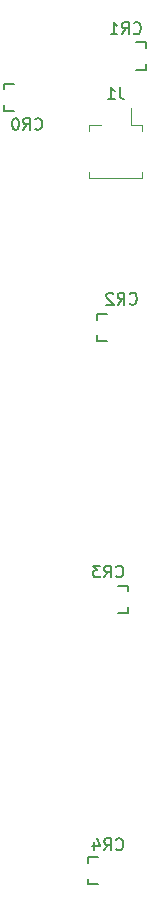
<source format=gbr>
%TF.GenerationSoftware,KiCad,Pcbnew,9.0.0-rc3*%
%TF.CreationDate,2025-06-30T09:22:31-05:00*%
%TF.ProjectId,pv_panel,70765f70-616e-4656-9c2e-6b696361645f,rev?*%
%TF.SameCoordinates,Original*%
%TF.FileFunction,Legend,Bot*%
%TF.FilePolarity,Positive*%
%FSLAX46Y46*%
G04 Gerber Fmt 4.6, Leading zero omitted, Abs format (unit mm)*
G04 Created by KiCad (PCBNEW 9.0.0-rc3) date 2025-06-30 09:22:31*
%MOMM*%
%LPD*%
G01*
G04 APERTURE LIST*
%ADD10C,0.150000*%
%ADD11C,0.152400*%
%ADD12C,0.120000*%
G04 APERTURE END LIST*
D10*
X146522566Y-97459580D02*
X146570185Y-97507200D01*
X146570185Y-97507200D02*
X146713042Y-97554819D01*
X146713042Y-97554819D02*
X146808280Y-97554819D01*
X146808280Y-97554819D02*
X146951137Y-97507200D01*
X146951137Y-97507200D02*
X147046375Y-97411961D01*
X147046375Y-97411961D02*
X147093994Y-97316723D01*
X147093994Y-97316723D02*
X147141613Y-97126247D01*
X147141613Y-97126247D02*
X147141613Y-96983390D01*
X147141613Y-96983390D02*
X147093994Y-96792914D01*
X147093994Y-96792914D02*
X147046375Y-96697676D01*
X147046375Y-96697676D02*
X146951137Y-96602438D01*
X146951137Y-96602438D02*
X146808280Y-96554819D01*
X146808280Y-96554819D02*
X146713042Y-96554819D01*
X146713042Y-96554819D02*
X146570185Y-96602438D01*
X146570185Y-96602438D02*
X146522566Y-96650057D01*
X145522566Y-97554819D02*
X145855899Y-97078628D01*
X146093994Y-97554819D02*
X146093994Y-96554819D01*
X146093994Y-96554819D02*
X145713042Y-96554819D01*
X145713042Y-96554819D02*
X145617804Y-96602438D01*
X145617804Y-96602438D02*
X145570185Y-96650057D01*
X145570185Y-96650057D02*
X145522566Y-96745295D01*
X145522566Y-96745295D02*
X145522566Y-96888152D01*
X145522566Y-96888152D02*
X145570185Y-96983390D01*
X145570185Y-96983390D02*
X145617804Y-97031009D01*
X145617804Y-97031009D02*
X145713042Y-97078628D01*
X145713042Y-97078628D02*
X146093994Y-97078628D01*
X145189232Y-96554819D02*
X144570185Y-96554819D01*
X144570185Y-96554819D02*
X144903518Y-96935771D01*
X144903518Y-96935771D02*
X144760661Y-96935771D01*
X144760661Y-96935771D02*
X144665423Y-96983390D01*
X144665423Y-96983390D02*
X144617804Y-97031009D01*
X144617804Y-97031009D02*
X144570185Y-97126247D01*
X144570185Y-97126247D02*
X144570185Y-97364342D01*
X144570185Y-97364342D02*
X144617804Y-97459580D01*
X144617804Y-97459580D02*
X144665423Y-97507200D01*
X144665423Y-97507200D02*
X144760661Y-97554819D01*
X144760661Y-97554819D02*
X145046375Y-97554819D01*
X145046375Y-97554819D02*
X145141613Y-97507200D01*
X145141613Y-97507200D02*
X145189232Y-97459580D01*
X147666666Y-74359580D02*
X147714285Y-74407200D01*
X147714285Y-74407200D02*
X147857142Y-74454819D01*
X147857142Y-74454819D02*
X147952380Y-74454819D01*
X147952380Y-74454819D02*
X148095237Y-74407200D01*
X148095237Y-74407200D02*
X148190475Y-74311961D01*
X148190475Y-74311961D02*
X148238094Y-74216723D01*
X148238094Y-74216723D02*
X148285713Y-74026247D01*
X148285713Y-74026247D02*
X148285713Y-73883390D01*
X148285713Y-73883390D02*
X148238094Y-73692914D01*
X148238094Y-73692914D02*
X148190475Y-73597676D01*
X148190475Y-73597676D02*
X148095237Y-73502438D01*
X148095237Y-73502438D02*
X147952380Y-73454819D01*
X147952380Y-73454819D02*
X147857142Y-73454819D01*
X147857142Y-73454819D02*
X147714285Y-73502438D01*
X147714285Y-73502438D02*
X147666666Y-73550057D01*
X146666666Y-74454819D02*
X146999999Y-73978628D01*
X147238094Y-74454819D02*
X147238094Y-73454819D01*
X147238094Y-73454819D02*
X146857142Y-73454819D01*
X146857142Y-73454819D02*
X146761904Y-73502438D01*
X146761904Y-73502438D02*
X146714285Y-73550057D01*
X146714285Y-73550057D02*
X146666666Y-73645295D01*
X146666666Y-73645295D02*
X146666666Y-73788152D01*
X146666666Y-73788152D02*
X146714285Y-73883390D01*
X146714285Y-73883390D02*
X146761904Y-73931009D01*
X146761904Y-73931009D02*
X146857142Y-73978628D01*
X146857142Y-73978628D02*
X147238094Y-73978628D01*
X146285713Y-73550057D02*
X146238094Y-73502438D01*
X146238094Y-73502438D02*
X146142856Y-73454819D01*
X146142856Y-73454819D02*
X145904761Y-73454819D01*
X145904761Y-73454819D02*
X145809523Y-73502438D01*
X145809523Y-73502438D02*
X145761904Y-73550057D01*
X145761904Y-73550057D02*
X145714285Y-73645295D01*
X145714285Y-73645295D02*
X145714285Y-73740533D01*
X145714285Y-73740533D02*
X145761904Y-73883390D01*
X145761904Y-73883390D02*
X146333332Y-74454819D01*
X146333332Y-74454819D02*
X145714285Y-74454819D01*
X148010766Y-51459580D02*
X148058385Y-51507200D01*
X148058385Y-51507200D02*
X148201242Y-51554819D01*
X148201242Y-51554819D02*
X148296480Y-51554819D01*
X148296480Y-51554819D02*
X148439337Y-51507200D01*
X148439337Y-51507200D02*
X148534575Y-51411961D01*
X148534575Y-51411961D02*
X148582194Y-51316723D01*
X148582194Y-51316723D02*
X148629813Y-51126247D01*
X148629813Y-51126247D02*
X148629813Y-50983390D01*
X148629813Y-50983390D02*
X148582194Y-50792914D01*
X148582194Y-50792914D02*
X148534575Y-50697676D01*
X148534575Y-50697676D02*
X148439337Y-50602438D01*
X148439337Y-50602438D02*
X148296480Y-50554819D01*
X148296480Y-50554819D02*
X148201242Y-50554819D01*
X148201242Y-50554819D02*
X148058385Y-50602438D01*
X148058385Y-50602438D02*
X148010766Y-50650057D01*
X147010766Y-51554819D02*
X147344099Y-51078628D01*
X147582194Y-51554819D02*
X147582194Y-50554819D01*
X147582194Y-50554819D02*
X147201242Y-50554819D01*
X147201242Y-50554819D02*
X147106004Y-50602438D01*
X147106004Y-50602438D02*
X147058385Y-50650057D01*
X147058385Y-50650057D02*
X147010766Y-50745295D01*
X147010766Y-50745295D02*
X147010766Y-50888152D01*
X147010766Y-50888152D02*
X147058385Y-50983390D01*
X147058385Y-50983390D02*
X147106004Y-51031009D01*
X147106004Y-51031009D02*
X147201242Y-51078628D01*
X147201242Y-51078628D02*
X147582194Y-51078628D01*
X146058385Y-51554819D02*
X146629813Y-51554819D01*
X146344099Y-51554819D02*
X146344099Y-50554819D01*
X146344099Y-50554819D02*
X146439337Y-50697676D01*
X146439337Y-50697676D02*
X146534575Y-50792914D01*
X146534575Y-50792914D02*
X146629813Y-50840533D01*
X139666666Y-59559580D02*
X139714285Y-59607200D01*
X139714285Y-59607200D02*
X139857142Y-59654819D01*
X139857142Y-59654819D02*
X139952380Y-59654819D01*
X139952380Y-59654819D02*
X140095237Y-59607200D01*
X140095237Y-59607200D02*
X140190475Y-59511961D01*
X140190475Y-59511961D02*
X140238094Y-59416723D01*
X140238094Y-59416723D02*
X140285713Y-59226247D01*
X140285713Y-59226247D02*
X140285713Y-59083390D01*
X140285713Y-59083390D02*
X140238094Y-58892914D01*
X140238094Y-58892914D02*
X140190475Y-58797676D01*
X140190475Y-58797676D02*
X140095237Y-58702438D01*
X140095237Y-58702438D02*
X139952380Y-58654819D01*
X139952380Y-58654819D02*
X139857142Y-58654819D01*
X139857142Y-58654819D02*
X139714285Y-58702438D01*
X139714285Y-58702438D02*
X139666666Y-58750057D01*
X138666666Y-59654819D02*
X138999999Y-59178628D01*
X139238094Y-59654819D02*
X139238094Y-58654819D01*
X139238094Y-58654819D02*
X138857142Y-58654819D01*
X138857142Y-58654819D02*
X138761904Y-58702438D01*
X138761904Y-58702438D02*
X138714285Y-58750057D01*
X138714285Y-58750057D02*
X138666666Y-58845295D01*
X138666666Y-58845295D02*
X138666666Y-58988152D01*
X138666666Y-58988152D02*
X138714285Y-59083390D01*
X138714285Y-59083390D02*
X138761904Y-59131009D01*
X138761904Y-59131009D02*
X138857142Y-59178628D01*
X138857142Y-59178628D02*
X139238094Y-59178628D01*
X138047618Y-58654819D02*
X137952380Y-58654819D01*
X137952380Y-58654819D02*
X137857142Y-58702438D01*
X137857142Y-58702438D02*
X137809523Y-58750057D01*
X137809523Y-58750057D02*
X137761904Y-58845295D01*
X137761904Y-58845295D02*
X137714285Y-59035771D01*
X137714285Y-59035771D02*
X137714285Y-59273866D01*
X137714285Y-59273866D02*
X137761904Y-59464342D01*
X137761904Y-59464342D02*
X137809523Y-59559580D01*
X137809523Y-59559580D02*
X137857142Y-59607200D01*
X137857142Y-59607200D02*
X137952380Y-59654819D01*
X137952380Y-59654819D02*
X138047618Y-59654819D01*
X138047618Y-59654819D02*
X138142856Y-59607200D01*
X138142856Y-59607200D02*
X138190475Y-59559580D01*
X138190475Y-59559580D02*
X138238094Y-59464342D01*
X138238094Y-59464342D02*
X138285713Y-59273866D01*
X138285713Y-59273866D02*
X138285713Y-59035771D01*
X138285713Y-59035771D02*
X138238094Y-58845295D01*
X138238094Y-58845295D02*
X138190475Y-58750057D01*
X138190475Y-58750057D02*
X138142856Y-58702438D01*
X138142856Y-58702438D02*
X138047618Y-58654819D01*
X146833333Y-56054819D02*
X146833333Y-56769104D01*
X146833333Y-56769104D02*
X146880952Y-56911961D01*
X146880952Y-56911961D02*
X146976190Y-57007200D01*
X146976190Y-57007200D02*
X147119047Y-57054819D01*
X147119047Y-57054819D02*
X147214285Y-57054819D01*
X145833333Y-57054819D02*
X146404761Y-57054819D01*
X146119047Y-57054819D02*
X146119047Y-56054819D01*
X146119047Y-56054819D02*
X146214285Y-56197676D01*
X146214285Y-56197676D02*
X146309523Y-56292914D01*
X146309523Y-56292914D02*
X146404761Y-56340533D01*
X146522566Y-120559580D02*
X146570185Y-120607200D01*
X146570185Y-120607200D02*
X146713042Y-120654819D01*
X146713042Y-120654819D02*
X146808280Y-120654819D01*
X146808280Y-120654819D02*
X146951137Y-120607200D01*
X146951137Y-120607200D02*
X147046375Y-120511961D01*
X147046375Y-120511961D02*
X147093994Y-120416723D01*
X147093994Y-120416723D02*
X147141613Y-120226247D01*
X147141613Y-120226247D02*
X147141613Y-120083390D01*
X147141613Y-120083390D02*
X147093994Y-119892914D01*
X147093994Y-119892914D02*
X147046375Y-119797676D01*
X147046375Y-119797676D02*
X146951137Y-119702438D01*
X146951137Y-119702438D02*
X146808280Y-119654819D01*
X146808280Y-119654819D02*
X146713042Y-119654819D01*
X146713042Y-119654819D02*
X146570185Y-119702438D01*
X146570185Y-119702438D02*
X146522566Y-119750057D01*
X145522566Y-120654819D02*
X145855899Y-120178628D01*
X146093994Y-120654819D02*
X146093994Y-119654819D01*
X146093994Y-119654819D02*
X145713042Y-119654819D01*
X145713042Y-119654819D02*
X145617804Y-119702438D01*
X145617804Y-119702438D02*
X145570185Y-119750057D01*
X145570185Y-119750057D02*
X145522566Y-119845295D01*
X145522566Y-119845295D02*
X145522566Y-119988152D01*
X145522566Y-119988152D02*
X145570185Y-120083390D01*
X145570185Y-120083390D02*
X145617804Y-120131009D01*
X145617804Y-120131009D02*
X145713042Y-120178628D01*
X145713042Y-120178628D02*
X146093994Y-120178628D01*
X144665423Y-119988152D02*
X144665423Y-120654819D01*
X144903518Y-119607200D02*
X145141613Y-120321485D01*
X145141613Y-120321485D02*
X144522566Y-120321485D01*
D11*
%TO.C,CR3*%
X146713853Y-100555700D02*
X147532300Y-100555700D01*
X147532300Y-98244300D02*
X146713853Y-98244300D01*
X147532300Y-98737060D02*
X147532300Y-98244300D01*
X147532300Y-100555700D02*
X147532300Y-100062940D01*
%TO.C,CR2*%
X144923600Y-75244300D02*
X144923600Y-75737060D01*
X144923600Y-77062940D02*
X144923600Y-77555700D01*
X144923600Y-77555700D02*
X145742047Y-77555700D01*
X145742047Y-75244300D02*
X144923600Y-75244300D01*
%TO.C,CR1*%
X148202053Y-54555700D02*
X149020500Y-54555700D01*
X149020500Y-52244300D02*
X148202053Y-52244300D01*
X149020500Y-52737060D02*
X149020500Y-52244300D01*
X149020500Y-54555700D02*
X149020500Y-54062940D01*
%TO.C,CR0*%
X137079500Y-55744300D02*
X137079500Y-56237060D01*
X137079500Y-57562940D02*
X137079500Y-58055700D01*
X137079500Y-58055700D02*
X137897947Y-58055700D01*
X137897947Y-55744300D02*
X137079500Y-55744300D01*
D12*
%TO.C,J1*%
X144265000Y-59290000D02*
X145215000Y-59290000D01*
X144265000Y-59740000D02*
X144265000Y-59290000D01*
X144265000Y-63710000D02*
X144265000Y-63260000D01*
X147785000Y-59290000D02*
X147785000Y-57800000D01*
X148735000Y-59290000D02*
X147785000Y-59290000D01*
X148735000Y-59740000D02*
X148735000Y-59290000D01*
X148735000Y-63260000D02*
X148735000Y-63710000D01*
X148735000Y-63710000D02*
X144265000Y-63710000D01*
D11*
%TO.C,CR4*%
X144179500Y-121244300D02*
X144179500Y-121737060D01*
X144179500Y-123062940D02*
X144179500Y-123555700D01*
X144179500Y-123555700D02*
X144997947Y-123555700D01*
X144997947Y-121244300D02*
X144179500Y-121244300D01*
%TD*%
M02*

</source>
